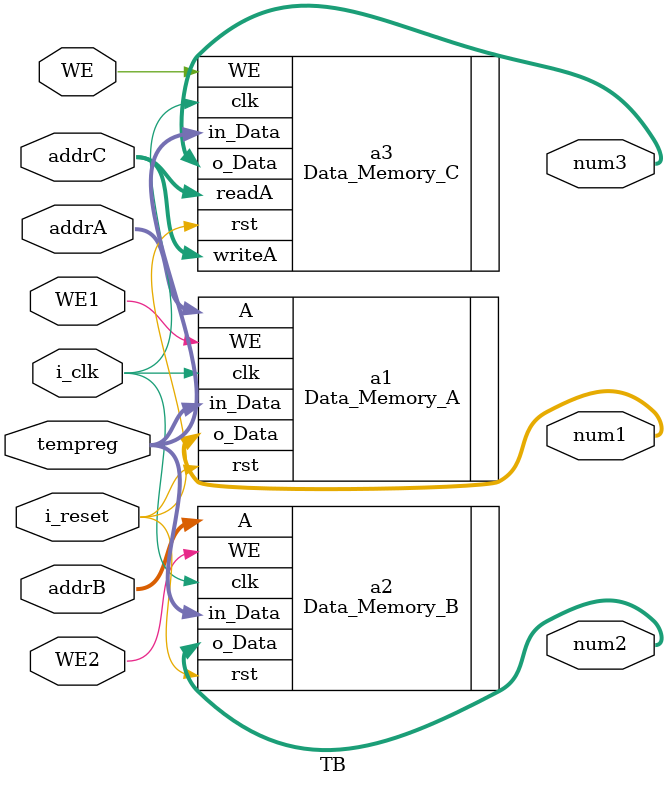
<source format=v>
`timescale 1ns / 1ps


//Instantiate all memories

module TB(i_clk,i_reset,WE1,WE2,WE,addrA,addrB,addrC,tempreg,num1,num2,num3);

input i_clk,i_reset,WE1,WE2,WE;
input [6:0] addrA,addrB,addrC;
input [31:0] tempreg;
output [31:0]num1,num2,num3;

Data_Memory_A a1(.in_Data(tempreg),.A(addrA),.clk(i_clk),.WE(WE1),.rst(i_reset),.o_Data(num1));
Data_Memory_B a2(.in_Data(tempreg),.A(addrB),.clk(i_clk),.WE(WE2),.rst(i_reset),.o_Data(num2));
Data_Memory_C a3(.in_Data(tempreg),.readA(addrC),.writeA(addrC),.clk(i_clk),.WE(WE),.rst(i_reset),.o_Data(num3));

endmodule

</source>
